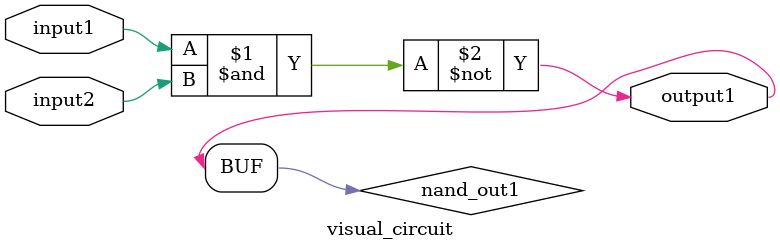
<source format=v>
module visual_circuit(
    input wire input1,
    input wire input2,
    output wire output1
);

    // Internal wires
    wire nand_out1;

    // Logic implementation
    assign nand_out1 = ~(input1 & input2);
    assign output1 = nand_out1;

endmodule

</source>
